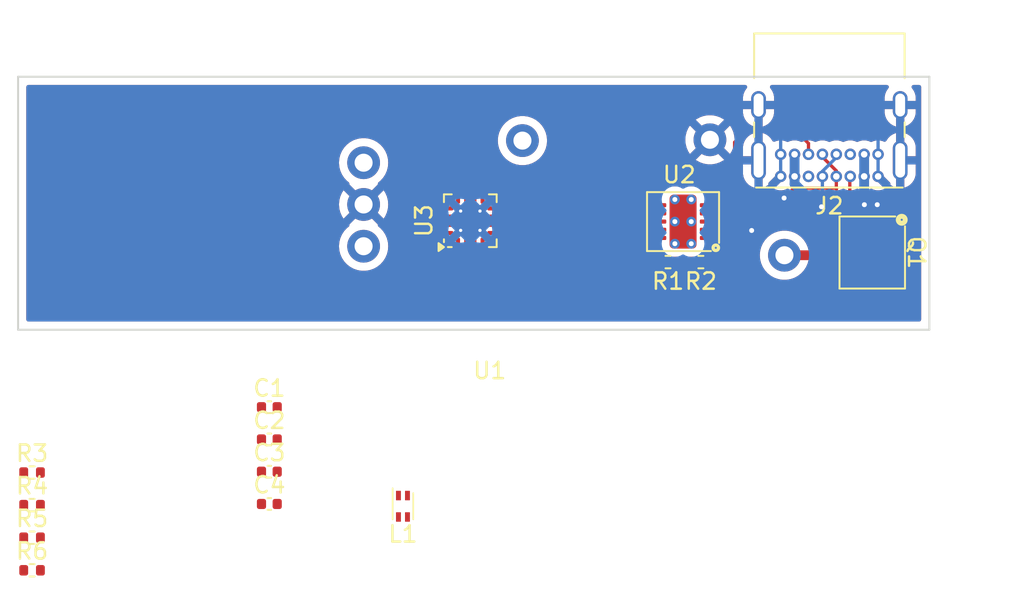
<source format=kicad_pcb>
(kicad_pcb (version 20240108) (generator "pcbnew") (generator_version "8.0")
  (layers (0 "F.Cu" signal) (31 "B.Cu" signal) (34 "B.Paste" user) (35 "F.Paste" user) (36 "B.SilkS" user "B.Silkscreen") (37 "F.SilkS" user "F.Silkscreen") (38 "B.Mask" user) (39 "F.Mask" user) (44 "Edge.Cuts" user))
  (net 0 "")
  (net 1 "Net-(U2-Vin)")
  (net 2 "GND")
  (net 3 "Net-(U1-+12v)")
  (net 4 "Net-(U3-SS{slash}TR)")
  (net 5 "Net-(U1-+5v)")
  (net 6 "Net-(J2-VBUS-PadA4)")
  (net 7 "Net-(U2-D+)")
  (net 8 "Net-(J2-CC1)")
  (net 9 "Net-(U2-D-)")
  (net 10 "Net-(J2-CC2)")
  (net 11 "Net-(L1-Pad1)")
  (net 12 "Net-(Q1-D)")
  (net 13 "Net-(Q1-G)")
  (net 14 "Net-(U2-Gate)")
  (net 15 "Net-(U3-PG)")
  (net 16 "Net-(U2-VSET)")
  (net 17 "Net-(U2-ISET)")
  (footprint "PCM_Package_SON_AKL:Infineon_PG_TSDSON-8" (layer "F.Cu") (at 147.8788 101.1936 -90)
    (property "Reference" "Q1" (at 0 -2.7 -90) (layer "F.SilkS"))
    (property "Value" "AONR21307" (hide yes))
    (fp_line (start -2.2 2) (end 2.2 2) (stroke (width 0.12)) (layer "F.SilkS"))
    (fp_line (start 2.2 2) (end 2.2 -2) (stroke (width 0.12)) (layer "F.SilkS"))
    (fp_line (start -2.2 -1.4) (end -2.2 2) (stroke (width 0.12)) (layer "F.SilkS"))
    (fp_line (start 2.2 -2) (end -1.6 -2) (stroke (width 0.12)) (layer "F.SilkS"))
    (fp_circle (center -2 -1.8) (end -2 -1.7365) (stroke (width 0.3)) (fill none) (layer "F.SilkS"))
    (pad "1" smd roundrect (at -1.5 -0.975 270) (size 0.8 0.34) (layers "F.Cu" "F.Paste" "F.Mask") (net 6 "Net-(J2-VBUS-PadA4)"))
    (pad "2" smd roundrect (at -1.5 -0.325 270) (size 0.8 0.34) (layers "F.Cu" "F.Paste" "F.Mask") (net 6 "Net-(J2-VBUS-PadA4)"))
    (pad "3" smd roundrect (at -1.5 0.325 270) (size 0.8 0.34) (layers "F.Cu" "F.Paste" "F.Mask") (net 6 "Net-(J2-VBUS-PadA4)"))
    (pad "4" smd roundrect (at -1.5 0.975 270) (size 0.8 0.34) (layers "F.Cu" "F.Paste" "F.Mask") (net 13 "Net-(Q1-G)"))
    (pad "5" smd roundrect (at 0.37 0 270) (size 1.76 2.29) (layers "F.Cu" "F.Mask") (roundrect_rratio 0.1420454545) (net 12 "Net-(Q1-D)"))
    (pad "5" smd roundrect (at 1.125 -0.975 270) (size 0.55 0.34) (layers "F.Cu" "F.Mask") (net 12 "Net-(Q1-D)"))
    (pad "5" smd roundrect (at 1.15 -0.325 270) (size 0.55 0.34) (layers "F.Cu" "F.Mask") (net 12 "Net-(Q1-D)"))
    (pad "5" smd roundrect (at 1.15 0.325 270) (size 0.55 0.34) (layers "F.Cu" "F.Mask") (net 12 "Net-(Q1-D)"))
    (pad "5" smd roundrect (at 1.15 0.975 270) (size 0.55 0.34) (layers "F.Cu" "F.Mask") (net 12 "Net-(Q1-D)"))
    (pad "5" smd roundrect (at 1.575 -0.975 270) (size 0.65 0.34) (layers "F.Cu" "F.Paste" "F.Mask") (net 12 "Net-(Q1-D)"))
    (pad "5" smd roundrect (at 1.575 -0.325 270) (size 0.65 0.34) (layers "F.Cu" "F.Paste" "F.Mask") (net 12 "Net-(Q1-D)"))
    (pad "5" smd roundrect (at 1.575 0.325 270) (size 0.65 0.34) (layers "F.Cu" "F.Paste" "F.Mask") (net 12 "Net-(Q1-D)"))
    (pad "5" smd roundrect (at 1.575 0.975 270) (size 0.65 0.34) (layers "F.Cu" "F.Paste" "F.Mask") (net 12 "Net-(Q1-D)"))
  )
  (footprint "Inductor_SMD:L_CommonModeChoke_Coilcraft_0603USB" (layer "F.Cu") (at 119.2188 116.6892)
    (property "Reference" "L1" (at 0 1.7 0) (layer "F.SilkS"))
    (property "Value" "2.2uH")
    (fp_line (start -0.63 -1.1) (end -0.63 0.8) (stroke (width 0.1)) (layer "F.SilkS"))
    (fp_line (start 0.63 0.8) (end 0.63 -0.8) (stroke (width 0.1)) (layer "F.SilkS"))
    (pad "1" smd roundrect (at -0.275 -0.655) (size 0.3 0.58) (layers "F.Cu" "F.Paste" "F.Mask") (roundrect_rratio 0.05) (net 11 "Net-(L1-Pad1)"))
    (pad "2" smd roundrect (at -0.275 0.655) (size 0.3 0.58) (layers "F.Cu" "F.Paste" "F.Mask") (roundrect_rratio 0.05) (net 5 "Net-(U1-+5v)"))
    (pad "3" smd roundrect (at 0.275 0.655) (size 0.3 0.58) (layers "F.Cu" "F.Paste" "F.Mask") (roundrect_rratio 0.05))
    (pad "4" smd roundrect (at 0.275 -0.655) (size 0.3 0.58) (layers "F.Cu" "F.Paste" "F.Mask") (roundrect_rratio 0.05))
  )
  (footprint "Capacitor_SMD:C_0402_1005Metric" (layer "F.Cu") (at 111.0588 114.5792)
    (property "Reference" "C3" (at 0 -1.16 0) (layer "F.SilkS"))
    (property "Value" "3.3n")
    (fp_line (start -0.107836 -0.36) (end 0.107836 -0.36) (stroke (width 0.12)) (layer "F.SilkS"))
    (fp_line (start -0.107836 0.36) (end 0.107836 0.36) (stroke (width 0.12)) (layer "F.SilkS"))
    (pad "1" smd roundrect (at -0.48 0) (size 0.56 0.62) (layers "F.Cu" "F.Paste" "F.Mask") (net 4 "Net-(U3-SS{slash}TR)"))
    (pad "2" smd roundrect (at 0.48 0) (size 0.56 0.62) (layers "F.Cu" "F.Paste" "F.Mask") (net 2 "GND"))
  )
  (footprint "PCM_Package_DFN_QFN_AKL:DFN-10-1EP_3x3mm_P0.5mm_EP1.65x2.38mm_ThermalVias2" (layer "F.Cu") (at 136.324 99.3046 180)
    (property "Reference" "U2" (at 0.2308 2.8608 360) (layer "F.SilkS"))
    (property "Value" "~" (hide yes))
    (fp_line (start 2.2 1.8) (end -2.2 1.8) (stroke (width 0.12)) (layer "F.SilkS"))
    (fp_line (start 2.2 -1.8) (end 2.2 1.8) (stroke (width 0.12)) (layer "F.SilkS"))
    (fp_line (start -1.7 -1.8) (end 2.2 -1.8) (stroke (width 0.12)) (layer "F.SilkS"))
    (fp_line (start -2.2 1.8) (end -2.2 -1.3) (stroke (width 0.12)) (layer "F.SilkS"))
    (fp_circle (center -2 -1.6) (end -1.9365 -1.6) (stroke (width 0.2)) (fill none) (layer "F.SilkS"))
    (pad "1" smd roundrect (at -1.45 -1 180) (size 0.85 0.25) (layers "F.Cu" "F.Paste" "F.Mask") (net 1 "Net-(U2-Vin)"))
    (pad "2" smd roundrect (at -1.45 -0.5 180) (size 0.85 0.25) (layers "F.Cu" "F.Paste" "F.Mask") (net 7 "Net-(U2-D+)"))
    (pad "3" smd roundrect (at -1.45 0 180) (size 0.85 0.25) (layers "F.Cu" "F.Paste" "F.Mask") (net 9 "Net-(U2-D-)"))
    (pad "4" smd roundrect (at -1.45 0.5 180) (size 0.85 0.25) (layers "F.Cu" "F.Paste" "F.Mask") (net 8 "Net-(J2-CC1)"))
    (pad "5" smd roundrect (at -1.45 1 180) (size 0.85 0.25) (layers "F.Cu" "F.Paste" "F.Mask") (net 10 "Net-(J2-CC2)"))
    (pad "6" smd roundrect (at 1.45 1 180) (size 0.85 0.25) (layers "F.Cu" "F.Paste" "F.Mask"))
    (pad "7" smd roundrect (at 1.45 0.5 180) (size 0.85 0.25) (layers "F.Cu" "F.Paste" "F.Mask"))
    (pad "8" smd roundrect (at 1.45 0 180) (size 0.85 0.25) (layers "F.Cu" "F.Paste" "F.Mask") (net 16 "Net-(U2-VSET)"))
    (pad "9" smd roundrect (at 1.45 -0.5 180) (size 0.85 0.25) (layers "F.Cu" "F.Paste" "F.Mask") (net 17 "Net-(U2-ISET)"))
    (pad "10" smd roundrect (at 1.45 -1 180) (size 0.85 0.25) (layers "F.Cu" "F.Paste" "F.Mask") (net 14 "Net-(U2-Gate)"))
    (pad "11" thru_hole circle (at -0.5 -1.35 180) (size 0.6 0.6) (drill 0.3) (property pad_prop_heatsink) (layers "*.Cu" "*.Mask"))
    (pad "11" thru_hole circle (at -0.5 0 180) (size 0.6 0.6) (drill 0.3) (property pad_prop_heatsink) (layers "*.Cu" "*.Mask"))
    (pad "11" thru_hole circle (at -0.5 1.35 180) (size 0.6 0.6) (drill 0.3) (property pad_prop_heatsink) (layers "*.Cu" "*.Mask"))
    (pad "11" smd roundrect (at 0 0 180) (size 1.65 3.3) (layers "F.Cu") (roundrect_rratio 0.1515151515))
    (pad "11" thru_hole circle (at 0.5 -1.35 180) (size 0.6 0.6) (drill 0.3) (property pad_prop_heatsink) (layers "*.Cu" "*.Mask"))
    (pad "11" thru_hole circle (at 0.5 0 180) (size 0.6 0.6) (drill 0.3) (property pad_prop_heatsink) (layers "*.Cu" "*.Mask"))
    (pad "11" thru_hole circle (at 0.5 1.35 180) (size 0.6 0.6) (drill 0.3) (property pad_prop_heatsink) (layers "*.Cu" "*.Mask"))
  )
  (footprint "Package_DFN_QFN:VQFN-16-1EP_3x3mm_P0.5mm_EP1.68x1.68mm_ThermalVias" (layer "F.Cu") (at 123.3317 99.2512 90)
    (property "Reference" "U3" (at 0 -2.83 90) (layer "F.SilkS"))
    (property "Value" "TPS62143")
    (fp_line (start 1.61 -1.61) (end 1.61 -1.135) (stroke (width 0.12)) (layer "F.SilkS"))
    (fp_line (start 1.135 -1.61) (end 1.61 -1.61) (stroke (width 0.12)) (layer "F.SilkS"))
    (fp_line (start -1.135 -1.61) (end -1.31 -1.61) (stroke (width 0.12)) (layer "F.SilkS"))
    (fp_line (start -1.61 -1.135) (end -1.61 -1.37) (stroke (width 0.12)) (layer "F.SilkS"))
    (fp_line (start 1.61 1.61) (end 1.61 1.135) (stroke (width 0.12)) (layer "F.SilkS"))
    (fp_line (start 1.135 1.61) (end 1.61 1.61) (stroke (width 0.12)) (layer "F.SilkS"))
    (fp_line (start -1.135 1.61) (end -1.61 1.61) (stroke (width 0.12)) (layer "F.SilkS"))
    (fp_line (start -1.61 1.61) (end -1.61 1.135) (stroke (width 0.12)) (layer "F.SilkS"))
    (fp_poly (pts (xy -1.61 -1.61) (xy -1.85 -1.94) (xy -1.37 -1.94) (xy -1.61 -1.61)) (stroke (width 0.12)) (fill solid) (layer "F.SilkS"))
    (pad "1" smd roundrect (at -1.4625 -0.75 90) (size 0.825 0.25) (layers "F.Cu" "F.Paste" "F.Mask") (net 11 "Net-(L1-Pad1)"))
    (pad "2" smd roundrect (at -1.4625 -0.25 90) (size 0.825 0.25) (layers "F.Cu" "F.Paste" "F.Mask") (net 11 "Net-(L1-Pad1)"))
    (pad "3" smd roundrect (at -1.4625 0.25 90) (size 0.825 0.25) (layers "F.Cu" "F.Paste" "F.Mask") (net 11 "Net-(L1-Pad1)"))
    (pad "4" smd roundrect (at -1.4625 0.75 90) (size 0.825 0.25) (layers "F.Cu" "F.Paste" "F.Mask") (net 15 "Net-(U3-PG)"))
    (pad "5" smd roundrect (at -0.75 1.4625 90) (size 0.25 0.825) (layers "F.Cu" "F.Paste" "F.Mask"))
    (pad "6" smd roundrect (at -0.25 1.4625 90) (size 0.25 0.825) (layers "F.Cu" "F.Paste" "F.Mask") (net 2 "GND"))
    (pad "7" smd roundrect (at 0.25 1.4625 90) (size 0.25 0.825) (layers "F.Cu" "F.Paste" "F.Mask") (net 2 "GND"))
    (pad "8" smd roundrect (at 0.75 1.4625 90) (size 0.25 0.825) (layers "F.Cu" "F.Paste" "F.Mask") (net 2 "GND"))
    (pad "9" smd roundrect (at 1.4625 0.75 90) (size 0.825 0.25) (layers "F.Cu" "F.Paste" "F.Mask") (net 4 "Net-(U3-SS{slash}TR)"))
    (pad "10" smd roundrect (at 1.4625 0.25 90) (size 0.825 0.25) (layers "F.Cu" "F.Paste" "F.Mask") (net 3 "Net-(U1-+12v)"))
    (pad "11" smd roundrect (at 1.4625 -0.25 90) (size 0.825 0.25) (layers "F.Cu" "F.Paste" "F.Mask") (net 3 "Net-(U1-+12v)"))
    (pad "12" smd roundrect (at 1.4625 -0.75 90) (size 0.825 0.25) (layers "F.Cu" "F.Paste" "F.Mask") (net 3 "Net-(U1-+12v)"))
    (pad "13" smd roundrect (at 0.75 -1.4625 90) (size 0.25 0.825) (layers "F.Cu" "F.Paste" "F.Mask") (net 3 "Net-(U1-+12v)"))
    (pad "14" smd roundrect (at 0.25 -1.4625 90) (size 0.25 0.825) (layers "F.Cu" "F.Paste" "F.Mask") (net 5 "Net-(U1-+5v)"))
    (pad "15" smd roundrect (at -0.25 -1.4625 90) (size 0.25 0.825) (layers "F.Cu" "F.Paste" "F.Mask") (net 2 "GND"))
    (pad "16" smd roundrect (at -0.75 -1.4625 90) (size 0.25 0.825) (layers "F.Cu" "F.Paste" "F.Mask") (net 2 "GND"))
    (pad "17" thru_hole circle (at -0.59 -0.59 90) (size 0.5 0.5) (drill 0.2) (property pad_prop_heatsink) (layers "*.Cu") (net 2 "GND"))
    (pad "17" thru_hole circle (at -0.59 0.59 90) (size 0.5 0.5) (drill 0.2) (property pad_prop_heatsink) (layers "*.Cu") (net 2 "GND"))
    (pad "17" smd rect (at 0 0 90) (size 1.68 1.68) (property pad_prop_heatsink) (layers "F.Cu" "F.Mask") (net 2 "GND"))
    (pad "17" smd rect (at 0 0 90) (size 1.68 1.68) (property pad_prop_heatsink) (layers "B.Cu") (net 2 "GND"))
    (pad "17" thru_hole circle (at 0.59 -0.59 90) (size 0.5 0.5) (drill 0.2) (property pad_prop_heatsink) (layers "*.Cu") (net 2 "GND"))
    (pad "17" thru_hole circle (at 0.59 0.59 90) (size 0.5 0.5) (drill 0.2) (property pad_prop_heatsink) (layers "*.Cu") (net 2 "GND"))
  )
  (footprint "Connector_USB:USB_C_Receptacle_GCT_USB4085" (layer "F.Cu") (at 148.2344 96.5454 180)
    (property "Reference" "J2" (at 2.975 -1.8 360) (layer "F.SilkS"))
    (property "Value" "USB_C_Receptacle_USB2.0_14P")
    (fp_line (start 7.57 6) (end 7.57 8.73) (stroke (width 0.12)) (layer "F.SilkS"))
    (fp_line (start 7.57 2.4) (end 7.57 3.3) (stroke (width 0.12)) (layer "F.SilkS"))
    (fp_line (start -1.5 -0.68) (end 7.45 -0.68) (stroke (width 0.12)) (layer "F.SilkS"))
    (fp_line (start -1.62 8.73) (end 7.57 8.73) (stroke (width 0.12)) (layer "F.SilkS"))
    (fp_line (start -1.62 6) (end -1.62 8.73) (stroke (width 0.12)) (layer "F.SilkS"))
    (fp_line (start -1.62 2.4) (end -1.62 3.3) (stroke (width 0.12)) (layer "F.SilkS"))
    (pad "A1" thru_hole circle (at 0 0 180) (size 0.7 0.7) (drill 0.4) (layers "*.Cu" "*.Mask") (net 2 "GND"))
    (pad "A4" thru_hole circle (at 0.85 0 180) (size 0.7 0.7) (drill 0.4) (layers "*.Cu" "*.Mask") (net 6 "Net-(J2-VBUS-PadA4)"))
    (pad "A5" thru_hole circle (at 1.7 0 180) (size 0.7 0.7) (drill 0.4) (layers "*.Cu" "*.Mask") (net 8 "Net-(J2-CC1)"))
    (pad "A6" thru_hole circle (at 2.55 0 180) (size 0.7 0.7) (drill 0.4) (layers "*.Cu" "*.Mask") (net 7 "Net-(U2-D+)"))
    (pad "A7" thru_hole circle (at 3.4 0 180) (size 0.7 0.7) (drill 0.4) (layers "*.Cu" "*.Mask") (net 9 "Net-(U2-D-)"))
    (pad "A8" thru_hole circle (at 4.25 0 180) (size 0.7 0.7) (drill 0.4) (layers "*.Cu" "*.Mask"))
    (pad "A9" thru_hole circle (at 5.1 0 180) (size 0.7 0.7) (drill 0.4) (layers "*.Cu" "*.Mask") (net 6 "Net-(J2-VBUS-PadA4)"))
    (pad "A12" thru_hole circle (at 5.95 0 180) (size 0.7 0.7) (drill 0.4) (layers "*.Cu" "*.Mask") (net 2 "GND"))
    (pad "B1" thru_hole circle (at 5.95 1.35 180) (size 0.7 0.7) (drill 0.4) (layers "*.Cu" "*.Mask") (net 2 "GND"))
    (pad "B4" thru_hole circle (at 5.1 1.35 180) (size 0.7 0.7) (drill 0.4) (layers "*.Cu" "*.Mask") (net 6 "Net-(J2-VBUS-PadA4)"))
    (pad "B5" thru_hole circle (at 4.25 1.35 180) (size 0.7 0.7) (drill 0.4) (layers "*.Cu" "*.Mask") (net 10 "Net-(J2-CC2)"))
    (pad "B6" thru_hole circle (at 3.4 1.35 180) (size 0.7 0.7) (drill 0.4) (layers "*.Cu" "*.Mask") (net 7 "Net-(U2-D+)"))
    (pad "B7" thru_hole circle (at 2.55 1.35 180) (size 0.7 0.7) (drill 0.4) (layers "*.Cu" "*.Mask") (net 9 "Net-(U2-D-)"))
    (pad "B8" thru_hole circle (at 1.7 1.35 180) (size 0.7 0.7) (drill 0.4) (layers "*.Cu" "*.Mask"))
    (pad "B9" thru_hole circle (at 0.85 1.35 180) (size 0.7 0.7) (drill 0.4) (layers "*.Cu" "*.Mask") (net 6 "Net-(J2-VBUS-PadA4)"))
    (pad "B12" thru_hole circle (at 0 1.35 180) (size 0.7 0.7) (drill 0.4) (layers "*.Cu" "*.Mask") (net 2 "GND"))
    (pad "S1" thru_hole oval (at -1.35 0.98 180) (size 0.9 2.4) (drill oval 0.6 2.1) (layers "*.Cu" "*.Mask") (net 2 "GND"))
    (pad "S1" thru_hole oval (at -1.35 4.36 180) (size 0.9 1.7) (drill oval 0.6 1.4) (layers "*.Cu" "*.Mask") (net 2 "GND"))
    (pad "S1" thru_hole oval (at 7.3 0.98 180) (size 0.9 2.4) (drill oval 0.6 2.1) (layers "*.Cu" "*.Mask") (net 2 "GND"))
    (pad "S1" thru_hole oval (at 7.3 4.36 180) (size 0.9 1.7) (drill oval 0.6 1.4) (layers "*.Cu" "*.Mask") (net 2 "GND"))
  )
  (footprint "Capacitor_SMD:C_0402_1005Metric" (layer "F.Cu") (at 111.0588 112.6092)
    (property "Reference" "C2" (at 0 -1.16 0) (layer "F.SilkS"))
    (property "Value" "10u")
    (fp_line (start -0.107836 -0.36) (end 0.107836 -0.36) (stroke (width 0.12)) (layer "F.SilkS"))
    (fp_line (start -0.107836 0.36) (end 0.107836 0.36) (stroke (width 0.12)) (layer "F.SilkS"))
    (pad "1" smd roundrect (at -0.48 0) (size 0.56 0.62) (layers "F.Cu" "F.Paste" "F.Mask") (net 3 "Net-(U1-+12v)"))
    (pad "2" smd roundrect (at 0.48 0) (size 0.56 0.62) (layers "F.Cu" "F.Paste" "F.Mask") (net 2 "GND"))
  )
  (footprint "Capacitor_SMD:C_0402_1005Metric" (layer "F.Cu") (at 111.0588 116.5492)
    (property "Reference" "C4" (at 0 -1.16 0) (layer "F.SilkS"))
    (property "Value" "22u")
    (fp_line (start -0.107836 -0.36) (end 0.107836 -0.36) (stroke (width 0.12)) (layer "F.SilkS"))
    (fp_line (start -0.107836 0.36) (end 0.107836 0.36) (stroke (width 0.12)) (layer "F.SilkS"))
    (pad "1" smd roundrect (at -0.48 0) (size 0.56 0.62) (layers "F.Cu" "F.Paste" "F.Mask") (net 5 "Net-(U1-+5v)"))
    (pad "2" smd roundrect (at 0.48 0) (size 0.56 0.62) (layers "F.Cu" "F.Paste" "F.Mask") (net 2 "GND"))
  )
  (footprint "Resistor_SMD:R_0402_1005Metric" (layer "F.Cu") (at 96.5688 116.6192)
    (property "Reference" "R4" (at 0 -1.17 0) (layer "F.SilkS"))
    (property "Value" "5k1")
    (fp_line (start -0.153641 -0.38) (end 0.153641 -0.38) (stroke (width 0.12)) (layer "F.SilkS"))
    (fp_line (start -0.153641 0.38) (end 0.153641 0.38) (stroke (width 0.12)) (layer "F.SilkS"))
    (pad "1" smd roundrect (at -0.51 0) (size 0.54 0.64) (layers "F.Cu" "F.Paste" "F.Mask") (net 15 "Net-(U3-PG)"))
    (pad "2" smd roundrect (at 0.51 0) (size 0.54 0.64) (layers "F.Cu" "F.Paste" "F.Mask") (net 5 "Net-(U1-+5v)"))
  )
  (footprint "Resistor_SMD:R_0402_1005Metric" (layer "F.Cu") (at 96.5688 120.5992)
    (property "Reference" "R6" (at 0 -1.17 0) (layer "F.SilkS"))
    (property "Value" "16k5")
    (fp_line (start -0.153641 -0.38) (end 0.153641 -0.38) (stroke (width 0.12)) (layer "F.SilkS"))
    (fp_line (start -0.153641 0.38) (end 0.153641 0.38) (stroke (width 0.12)) (layer "F.SilkS"))
    (pad "1" smd roundrect (at -0.51 0) (size 0.54 0.64) (layers "F.Cu" "F.Paste" "F.Mask") (net 17 "Net-(U2-ISET)"))
    (pad "2" smd roundrect (at 0.51 0) (size 0.54 0.64) (layers "F.Cu" "F.Paste" "F.Mask") (net 2 "GND"))
  )
  (footprint "Resistor_SMD:R_0402_1005Metric" (layer "F.Cu") (at 137.412 101.7778 180)
    (property "Reference" "R2" (at 0 -1.17 360) (layer "F.SilkS"))
    (property "Value" "49k9")
    (fp_line (start -0.153641 0.38) (end 0.153641 0.38) (stroke (width 0.12)) (layer "F.SilkS"))
    (fp_line (start -0.153641 -0.38) (end 0.153641 -0.38) (stroke (width 0.12)) (layer "F.SilkS"))
    (pad "1" smd roundrect (at -0.51 0 180) (size 0.54 0.64) (layers "F.Cu" "F.Paste" "F.Mask") (net 6 "Net-(J2-VBUS-PadA4)"))
    (pad "2" smd roundrect (at 0.51 0 180) (size 0.54 0.64) (layers "F.Cu" "F.Paste" "F.Mask") (net 13 "Net-(Q1-G)"))
  )
  (footprint "Capacitor_SMD:C_0402_1005Metric" (layer "F.Cu") (at 111.0588 110.6392)
    (property "Reference" "C1" (at 0 -1.16 0) (layer "F.SilkS"))
    (property "Value" "C")
    (fp_line (start -0.107836 -0.36) (end 0.107836 -0.36) (stroke (width 0.12)) (layer "F.SilkS"))
    (fp_line (start -0.107836 0.36) (end 0.107836 0.36) (stroke (width 0.12)) (layer "F.SilkS"))
    (pad "1" smd roundrect (at -0.48 0) (size 0.56 0.62) (layers "F.Cu" "F.Paste" "F.Mask") (net 1 "Net-(U2-Vin)"))
    (pad "2" smd roundrect (at 0.48 0) (size 0.56 0.62) (layers "F.Cu" "F.Paste" "F.Mask") (net 2 "GND"))
  )
  (footprint "Resistor_SMD:R_0402_1005Metric" (layer "F.Cu") (at 135.4054 101.7778 180)
    (property "Reference" "R1" (at 0 -1.17 360) (layer "F.SilkS"))
    (property "Value" "5k1")
    (fp_line (start -0.153641 0.38) (end 0.153641 0.38) (stroke (width 0.12)) (layer "F.SilkS"))
    (fp_line (start -0.153641 -0.38) (end 0.153641 -0.38) (stroke (width 0.12)) (layer "F.SilkS"))
    (pad "1" smd roundrect (at -0.51 0 180) (size 0.54 0.64) (layers "F.Cu" "F.Paste" "F.Mask") (net 13 "Net-(Q1-G)"))
    (pad "2" smd roundrect (at 0.51 0 180) (size 0.54 0.64) (layers "F.Cu" "F.Paste" "F.Mask") (net 14 "Net-(U2-Gate)"))
  )
  (footprint "Resistor_SMD:R_0402_1005Metric" (layer "F.Cu") (at 96.5688 118.6092)
    (property "Reference" "R5" (at 0 -1.17 0) (layer "F.SilkS"))
    (property "Value" "10k")
    (fp_line (start -0.153641 -0.38) (end 0.153641 -0.38) (stroke (width 0.12)) (layer "F.SilkS"))
    (fp_line (start -0.153641 0.38) (end 0.153641 0.38) (stroke (width 0.12)) (layer "F.SilkS"))
    (pad "1" smd roundrect (at -0.51 0) (size 0.54 0.64) (layers "F.Cu" "F.Paste" "F.Mask") (net 16 "Net-(U2-VSET)"))
    (pad "2" smd roundrect (at 0.51 0) (size 0.54 0.64) (layers "F.Cu" "F.Paste" "F.Mask") (net 2 "GND"))
  )
  (footprint "Resistor_SMD:R_0402_1005Metric" (layer "F.Cu") (at 96.5688 114.6292)
    (property "Reference" "R3" (at 0 -1.17 0) (layer "F.SilkS"))
    (property "Value" "10")
    (fp_line (start -0.153641 -0.38) (end 0.153641 -0.38) (stroke (width 0.12)) (layer "F.SilkS"))
    (fp_line (start -0.153641 0.38) (end 0.153641 0.38) (stroke (width 0.12)) (layer "F.SilkS"))
    (pad "1" smd roundrect (at -0.51 0) (size 0.54 0.64) (layers "F.Cu" "F.Paste" "F.Mask") (net 6 "Net-(J2-VBUS-PadA4)"))
    (pad "2" smd roundrect (at 0.51 0) (size 0.54 0.64) (layers "F.Cu" "F.Paste" "F.Mask") (net 1 "Net-(U2-Vin)"))
  )
  (footprint "usb-c_power:usb-c_power" (layer "F.Cu") (at 124.5156 108.9092)
    (property "Reference" "U1" (at 0 -0.5 0) (layer "F.SilkS"))
    (property "Value" "~")
    (fp_line (start -28.8 -18.45) (end 26.85 -18.45) (stroke (width 0.12)) (layer "Edge.Cuts"))
    (fp_line (start -28.8 -3) (end -28.8 -18.45) (stroke (width 0.12)) (layer "Edge.Cuts"))
    (fp_line (start 26.85 -18.45) (end 26.85 -3) (stroke (width 0.12)) (layer "Edge.Cuts"))
    (fp_line (start 26.85 -3) (end -28.8 -3) (stroke (width 0.12)) (layer "Edge.Cuts"))
    (pad "1" thru_hole circle (at -7.7 -13.2) (size 2 2) (drill 1.1) (layers "*.Cu" "*.Mask") (net 5 "Net-(U1-+5v)"))
    (pad "2" thru_hole circle (at -7.7 -10.65) (size 2 2) (drill 1.1) (layers "*.Cu" "*.Mask") (net 2 "GND"))
    (pad "3" thru_hole circle (at -7.7 -8.1) (size 2 2) (drill 1.1) (layers "*.Cu" "*.Mask") (net 3 "Net-(U1-+12v)"))
    (pad "4" thru_hole circle (at 2 -14.55) (size 2 2) (drill 1.1) (layers "*.Cu" "*.Mask") (net 3 "Net-(U1-+12v)"))
    (pad "5" thru_hole circle (at 13.45 -14.6) (size 2 2) (drill 1.1) (layers "*.Cu" "*.Mask") (net 2 "GND"))
    (pad "8" thru_hole circle (at 18 -7.55) (size 2 2) (drill 1.1) (layers "*.Cu" "*.Mask") (net 12 "Net-(Q1-D)"))
  )
  (segment (start 142.2844 94.3166) (end 142.2908 94.3102) (width 0.2) (layer "B.Cu") (net 2))
  (segment (start 142.2844 96.5454) (end 142.2844 95.1954) (width 0.2) (layer "B.Cu") (net 2))
  (segment (start 148.2344 95.1954) (end 148.2344 94.3356) (width 0.2) (layer "B.Cu") (net 2))
  (segment (start 142.2844 95.1954) (end 142.2844 94.3166) (width 0.2) (layer "B.Cu") (net 2))
  (segment (start 148.2344 95.1954) (end 148.2344 96.5454) (width 0.2) (layer "B.Cu") (net 2))
  (segment (start 143.1344 96.5454) (end 143.129 96.5508) (width 0.2) (layer "F.Cu") (net 6))
  (segment (start 147.3962 98.2726) (end 148.1836 98.2726) (width 0.6) (layer "F.Cu") (net 6))
  (segment (start 148.1836 99.06) (end 148.1836 99.6734) (width 0.6) (layer "F.Cu") (net 6))
  (segment (start 148.1836 99.6734) (end 148.2038 99.6936) (width 0.6) (layer "F.Cu") (net 6))
  (segment (start 148.2038 99.6936) (end 148.6648 99.6936) (width 0.6) (layer "F.Cu") (net 6))
  (segment (start 148.6648 99.6936) (end 148.6662 99.695) (width 0.6) (layer "F.Cu") (net 6))
  (segment (start 147.3962 98.2726) (end 148.1836 99.06) (width 0.6) (layer "F.Cu") (net 6))
  (segment (start 148.1836 98.2726) (end 148.1836 99.06) (width 0.6) (layer "F.Cu") (net 6))
  (segment (start 147.7518 99.6936) (end 148.2038 99.6936) (width 0.6) (layer "F.Cu") (net 6))
  (via (at 147.3962 98.2726) (size 0.6) (drill 0.3) (layers "F.Cu" "B.Cu") (net 6))
  (via (at 148.1836 98.2726) (size 0.6) (drill 0.3) (layers "F.Cu" "B.Cu") (net 6))
  (segment (start 143.7894 98.7552) (end 143.7894 97.663) (width 0.6) (layer "B.Cu") (net 6))
  (segment (start 147.3844 97.624) (end 146.7358 98.2726) (width 0.6) (layer "B.Cu") (net 6))
  (segment (start 147.3844 97.6122) (end 147.3844 96.5454) (width 0.6) (layer "B.Cu") (net 6))
  (segment (start 146.7358 98.2726) (end 146.2278 98.2726) (width 0.6) (layer "B.Cu") (net 6))
  (segment (start 147.3844 97.6122) (end 147.5232 97.6122) (width 0.6) (layer "B.Cu") (net 6))
  (segment (start 147.5232 97.6122) (end 148.1836 98.2726) (width 0.6) (layer "B.Cu") (net 6))
  (segment (start 146.2278 98.2726) (end 145.2118 99.2886) (width 0.6) (layer "B.Cu") (net 6))
  (segment (start 143.7894 97.663) (end 143.1344 97.008) (width 0.6) (layer "B.Cu") (net 6))
  (segment (start 147.3844 97.6122) (end 147.3844 97.624) (width 0.6) (layer "B.Cu") (net 6))
  (segment (start 143.1344 97.008) (end 143.1344 96.5454) (width 0.6) (layer "B.Cu") (net 6))
  (segment (start 143.1344 95.1954) (end 143.1344 96.5454) (width 0.6) (layer "B.Cu") (net 6))
  (segment (start 147.3844 98.2726) (end 147.3844 97.6122) (width 0.6) (layer "B.Cu") (net 6))
  (segment (start 147.3962 98.2726) (end 147.3844 98.2726) (width 0.6) (layer "B.Cu") (net 6))
  (segment (start 145.2118 99.2886) (end 144.3228 99.2886) (width 0.6) (layer "B.Cu") (net 6))
  (segment (start 144.3228 99.2886) (end 143.7894 98.7552) (width 0.6) (layer "B.Cu") (net 6))
  (segment (start 147.3844 95.1954) (end 147.3844 96.5454) (width 0.6) (layer "B.Cu") (net 6))
  (segment (start 148.1836 98.2726) (end 146.7358 98.2726) (width 0.6) (layer "B.Cu") (net 6))
  (segment (start 144.8344 95.1954) (end 144.8344 95.3552) (width 0.2) (layer "F.Cu") (net 7))
  (segment (start 140.47 99.8046) (end 140.5128 99.8474) (width 0.2) (layer "F.Cu") (net 7))
  (segment (start 145.6844 96.2052) (end 145.6844 96.5454) (width 0.2) (layer "F.Cu") (net 7))
  (segment (start 145.6844 97.2974) (end 145.6844 96.5454) (width 0.2) (layer "F.Cu") (net 7))
  (segment (start 145.6436 97.2566) (end 145.6944 97.3074) (width 0.2) (layer "F.Cu") (net 7))
  (segment (start 142.494 97.8662) (end 143.1036 97.2566) (width 0.2) (layer "F.Cu") (net 7))
  (segment (start 144.8344 95.3552) (end 145.6844 96.2052) (width 0.2) (layer "F.Cu") (net 7))
  (segment (start 145.6944 97.3074) (end 145.6844 97.2974) (width 0.2) (layer "F.Cu") (net 7))
  (segment (start 143.1036 97.2566) (end 145.6436 97.2566) (width 0.2) (layer "F.Cu") (net 7))
  (segment (start 137.774 99.8046) (end 140.47 99.8046) (width 0.2) (layer "F.Cu") (net 7))
  (via (at 142.494 97.8662) (size 0.6) (drill 0.3) (layers "F.Cu" "B.Cu") (net 7))
  (via (at 140.5128 99.8474) (size 0.6) (drill 0.3) (layers "F.Cu" "B.Cu") (net 7))
  (segment (start 142.494 97.8662) (end 140.5128 99.8474) (width 0.2) (layer "B.Cu") (net 7))
  (segment (start 144.4498 97.7646) (end 146.1516 97.7646) (width 0.2) (layer "F.Cu") (net 8))
  (segment (start 137.774 98.8046) (end 143.4098 98.8046) (width 0.2) (layer "F.Cu") (net 8))
  (segment (start 143.4098 98.8046) (end 144.4498 97.7646) (width 0.2) (layer "F.Cu") (net 8))
  (segment (start 146.5072 97.409) (end 146.5072 96.5726) (width 0.2) (layer "F.Cu") (net 8))
  (segment (start 146.1516 97.7646) (end 146.5072 97.409) (width 0.2) (layer "F.Cu") (net 8))
  (segment (start 146.5072 96.5726) (end 146.5344 96.5454) (width 0.2) (layer "F.Cu") (net 8))
  (segment (start 143.875 99.3046) (end 137.774 99.3046) (width 0.2) (layer "F.Cu") (net 9))
  (segment (start 144.78 98.3996) (end 143.875 99.3046) (width 0.2) (layer "F.Cu") (net 9))
  (via (at 144.78 98.3996) (size 0.6) (drill 0.3) (layers "F.Cu" "B.Cu") (net 9))
  (segment (start 144.8344 96.237) (end 144.8344 96.5454) (width 0.2) (layer "B.Cu") (net 9))
  (segment (start 144.78 98.3996) (end 144.78 97.5868) (width 0.2) (layer "B.Cu") (net 9))
  (segment (start 145.6844 95.387) (end 144.8344 96.237) (width 0.2) (layer "B.Cu") (net 9))
  (segment (start 144.8344 97.5324) (end 144.8344 96.5454) (width 0.2) (layer "B.Cu") (net 9))
  (segment (start 144.78 97.5868) (end 144.8344 97.5324) (width 0.2) (layer "B.Cu") (net 9))
  (segment (start 145.6844 95.1954) (end 145.6844 95.387) (width 0.2) (layer "B.Cu") (net 9))
  (segment (start 139.2174 98.298) (end 137.7806 98.298) (width 0.2) (layer "F.Cu") (net 10))
  (segment (start 143.1544 93.7006) (end 140.2334 93.7006) (width 0.2) (layer "F.Cu") (net 10))
  (segment (start 139.4714 98.044) (end 139.2174 98.298) (width 0.2) (layer "F.Cu") (net 10))
  (segment (start 139.4714 94.4626) (end 139.4714 98.044) (width 0.2) (layer "F.Cu") (net 10))
  (segment (start 140.2334 93.7006) (end 139.4714 94.4626) (width 0.2) (layer "F.Cu") (net 10))
  (segment (start 143.9844 94.5306) (end 143.1544 93.7006) (width 0.2) (layer "F.Cu") (net 10))
  (segment (start 143.9844 95.1954) (end 143.9844 94.5306) (width 0.2) (layer "F.Cu") (net 10))
  (segment (start 137.7806 98.298) (end 137.774 98.3046) (width 0.2) (layer "F.Cu") (net 10))
  (segment (start 147.6744 101.3592) (end 147.8788 101.5636) (width 0.6) (layer "F.Cu") (net 12))
  (segment (start 142.5156 101.3592) (end 147.6744 101.3592) (width 0.6) (layer "F.Cu") (net 12))
  (zone (net 2) (net_name "GND") (layers "F&B.Cu") (connect_pads (clearance 0.5)) (min_thickness 0.25) (fill yes (thermal_gap 0.5) (thermal_bridge_width 0.5))
    (polygon (pts (xy 95.6564 90.5002) (xy 95.631 105.8418) (xy 151.511 105.8418) (xy 151.4348 90.3732)))
  )
)
</source>
